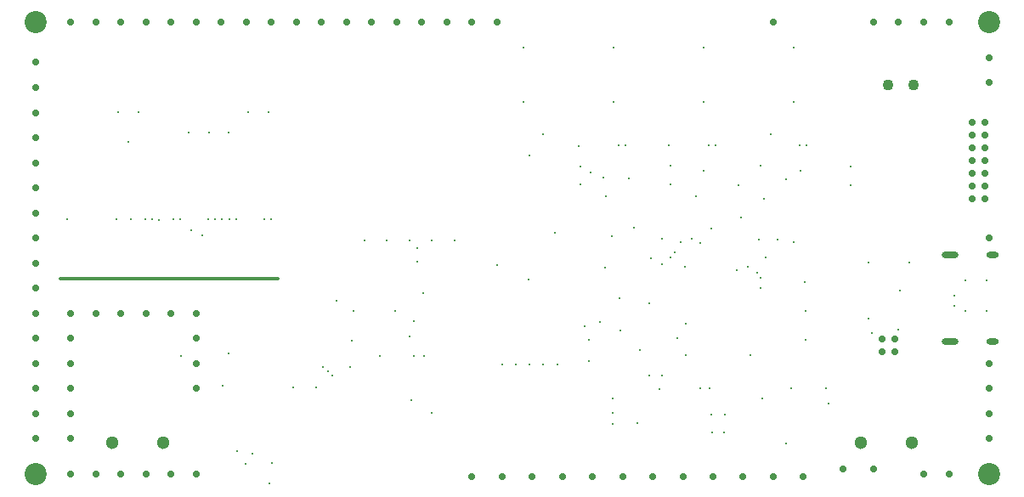
<source format=gbr>
%TF.GenerationSoftware,Altium Limited,Altium Designer,21.0.8 (223)*%
G04 Layer_Color=0*
%FSLAX45Y45*%
%MOMM*%
%TF.SameCoordinates,93EC2011-4169-4821-B187-25AADE7CFEA4*%
%TF.FilePolarity,Positive*%
%TF.FileFunction,Plated,1,4,PTH,Drill*%
%TF.Part,Single*%
G01*
G75*
%TA.AperFunction,ComponentDrill*%
%ADD154C,1.10000*%
%ADD155C,0.70000*%
%TA.AperFunction,OtherDrill,Pad Free-2 (2.5mm,2.5mm)*%
%ADD156C,2.20000*%
%TA.AperFunction,OtherDrill,Pad Free-2 (97.5mm,2.5mm)*%
%ADD157C,2.20000*%
%TA.AperFunction,OtherDrill,Pad Free-2 (97.5mm,47.5mm)*%
%ADD158C,2.20000*%
%TA.AperFunction,OtherDrill,Pad Free-2 (2.5mm,47.5mm)*%
%ADD159C,2.20000*%
%TA.AperFunction,ComponentDrill*%
%ADD160O,1.20000X0.60000*%
%ADD161O,1.70000X0.60000*%
%ADD162C,1.30000*%
%ADD163O,22.00000X0.40000*%
%TA.AperFunction,ViaDrill,NotFilled*%
%ADD164C,0.71120*%
%ADD165C,0.30000*%
D154*
X8748000Y4125000D02*
D03*
X9002000D02*
D03*
D155*
X9713500Y3756000D02*
D03*
X9586500D02*
D03*
X9713500Y3629000D02*
D03*
Y3502000D02*
D03*
X9586500Y3629000D02*
D03*
Y3502000D02*
D03*
X9713500Y3375000D02*
D03*
X9586500D02*
D03*
X9713500Y3248000D02*
D03*
Y3121000D02*
D03*
Y2994000D02*
D03*
X9586500Y3248000D02*
D03*
Y3121000D02*
D03*
Y2994000D02*
D03*
X8811260Y1463040D02*
D03*
X8684260D02*
D03*
X8811260Y1590040D02*
D03*
X8684260D02*
D03*
D156*
X250000Y250000D02*
D03*
D157*
X9750000D02*
D03*
D158*
Y4750000D02*
D03*
D159*
X250000D02*
D03*
D160*
X9782000Y1568000D02*
D03*
Y2432000D02*
D03*
D161*
X9364000D02*
D03*
Y1568000D02*
D03*
D162*
X8476000Y558800D02*
D03*
X8984000D02*
D03*
X1016000D02*
D03*
X1524000D02*
D03*
D163*
X1584500Y2197600D02*
D03*
D164*
X9750000Y1100000D02*
D03*
X9100000Y250000D02*
D03*
X9350000D02*
D03*
X9750000Y600000D02*
D03*
Y850000D02*
D03*
Y1350000D02*
D03*
Y2600000D02*
D03*
Y4150000D02*
D03*
Y4400000D02*
D03*
X1850000Y1100000D02*
D03*
Y1350000D02*
D03*
Y1600000D02*
D03*
Y1850000D02*
D03*
X1600000D02*
D03*
X1350000D02*
D03*
X1100000D02*
D03*
X850000D02*
D03*
X600000D02*
D03*
Y1600000D02*
D03*
Y1350000D02*
D03*
Y1100000D02*
D03*
Y850000D02*
D03*
Y600000D02*
D03*
Y250000D02*
D03*
X850000D02*
D03*
X1100000D02*
D03*
X1350000D02*
D03*
X1600000D02*
D03*
X1850000D02*
D03*
X8600000Y4750000D02*
D03*
X8850000D02*
D03*
X9100000D02*
D03*
X9350000D02*
D03*
X4600000D02*
D03*
X4850000D02*
D03*
X7600000D02*
D03*
X600000D02*
D03*
X850000D02*
D03*
X1100000D02*
D03*
X1350000D02*
D03*
X1600000D02*
D03*
X1850000D02*
D03*
X2100000D02*
D03*
X2350000D02*
D03*
X2600000D02*
D03*
X2850000D02*
D03*
X3100000D02*
D03*
X3350000D02*
D03*
X3600000D02*
D03*
X3850000D02*
D03*
X4100000D02*
D03*
X4350000D02*
D03*
X250000Y4350000D02*
D03*
Y4100000D02*
D03*
Y3850000D02*
D03*
Y3600000D02*
D03*
Y3350000D02*
D03*
Y3100000D02*
D03*
Y2850000D02*
D03*
Y2600000D02*
D03*
Y2350000D02*
D03*
Y2100000D02*
D03*
Y1850000D02*
D03*
Y1600000D02*
D03*
Y1350000D02*
D03*
Y1100000D02*
D03*
Y850000D02*
D03*
Y600000D02*
D03*
X4600000Y225000D02*
D03*
X4900000D02*
D03*
X5200000D02*
D03*
X5500000D02*
D03*
X5800000D02*
D03*
X6100000D02*
D03*
X6400000D02*
D03*
X6700000D02*
D03*
X7000000D02*
D03*
X7300000D02*
D03*
X7600000D02*
D03*
X7900000D02*
D03*
X8300000Y300000D02*
D03*
X8600000D02*
D03*
D165*
X5999480Y1000520D02*
D03*
X5725000Y1725000D02*
D03*
X1700000Y1425000D02*
D03*
X4424680Y2575560D02*
D03*
X5996940Y2620920D02*
D03*
X7475220Y2100580D02*
D03*
X5427980Y2654300D02*
D03*
X6489700Y2590800D02*
D03*
X6875671Y2548786D02*
D03*
X7802880Y2557780D02*
D03*
X6367780Y1229360D02*
D03*
X6494780D02*
D03*
X8125000Y1100000D02*
D03*
X4050539Y2498599D02*
D03*
X4050030Y2366010D02*
D03*
X3246120Y1978660D02*
D03*
X3205480Y1229360D02*
D03*
X4196080Y858520D02*
D03*
X3116183Y1318260D02*
D03*
X3162300Y1272540D02*
D03*
X5875000Y1767500D02*
D03*
X7235925Y2281830D02*
D03*
X7349505Y2311187D02*
D03*
X7442200Y2250440D02*
D03*
X6622140Y2458546D02*
D03*
X6580907Y2410227D02*
D03*
X1478280Y2781300D02*
D03*
X7508240Y2989580D02*
D03*
X7277100Y2801620D02*
D03*
X6733540Y1750060D02*
D03*
X2606040Y355600D02*
D03*
X6642100Y1600200D02*
D03*
X8582660Y1656080D02*
D03*
X6000000Y855000D02*
D03*
X3975000Y2575000D02*
D03*
X4200000D02*
D03*
X3750000D02*
D03*
X3525000D02*
D03*
X6494780Y2342913D02*
D03*
X8150000Y950000D02*
D03*
X6068060Y2001520D02*
D03*
X2341880Y353060D02*
D03*
X2410460Y449580D02*
D03*
X2255000Y472960D02*
D03*
X4018280Y1427480D02*
D03*
X3683450Y1425200D02*
D03*
X7251700Y3129280D02*
D03*
X7868920Y3268980D02*
D03*
X7729220Y3182620D02*
D03*
X8371840Y3129280D02*
D03*
Y3314700D02*
D03*
X7929880Y3522980D02*
D03*
X7866380D02*
D03*
X5173980Y1338580D02*
D03*
X5311140D02*
D03*
X5036820D02*
D03*
X5448300D02*
D03*
X4899660D02*
D03*
X9730740Y2174240D02*
D03*
Y1871980D02*
D03*
X8862060Y2075180D02*
D03*
X8846820Y1684020D02*
D03*
X8547100Y1798320D02*
D03*
Y2352040D02*
D03*
X7645400Y2585720D02*
D03*
X7454900D02*
D03*
X6791960Y2590800D02*
D03*
X6830060Y3012440D02*
D03*
X6578600Y3134360D02*
D03*
Y3317240D02*
D03*
X6126480Y3520440D02*
D03*
X6563360Y3522980D02*
D03*
X7025640Y3520440D02*
D03*
X6959600D02*
D03*
X7574280Y3632200D02*
D03*
X7477760Y3317240D02*
D03*
X7807960Y3954780D02*
D03*
Y4500880D02*
D03*
X6911340Y3952240D02*
D03*
Y4498340D02*
D03*
X6009640Y3952240D02*
D03*
Y4498340D02*
D03*
X1176250Y3557500D02*
D03*
X568960Y2786380D02*
D03*
X1059180D02*
D03*
X1201420D02*
D03*
X1343660D02*
D03*
X1409700D02*
D03*
X1620520D02*
D03*
X1689100D02*
D03*
X1968500D02*
D03*
X2039620D02*
D03*
X2110740D02*
D03*
X2600960D02*
D03*
X2529840D02*
D03*
X2250440D02*
D03*
X2179320D02*
D03*
X1074420Y3855720D02*
D03*
X1275080D02*
D03*
X2372360D02*
D03*
X2575560D02*
D03*
X2174240Y3652520D02*
D03*
X7917180Y2164080D02*
D03*
X7919720Y1582420D02*
D03*
Y1874520D02*
D03*
X7487920Y998220D02*
D03*
X7117080Y840740D02*
D03*
X6982460Y843280D02*
D03*
X6870700Y1099820D02*
D03*
X6211240Y2702600D02*
D03*
X5930900Y3014980D02*
D03*
X5679440Y3136900D02*
D03*
X5778500Y3251200D02*
D03*
X6062980Y3520440D02*
D03*
X5661660Y3515360D02*
D03*
X5679440Y3314700D02*
D03*
X5311140Y3632200D02*
D03*
X5171440Y3426460D02*
D03*
X5110480Y4498340D02*
D03*
Y3952240D02*
D03*
X2176780Y1450340D02*
D03*
X4018280Y1767840D02*
D03*
X3830320Y1877060D02*
D03*
X5161280Y2184400D02*
D03*
X6075680Y1676400D02*
D03*
X4853940Y2326640D02*
D03*
X8956040Y2352040D02*
D03*
X9514840Y2174240D02*
D03*
Y1871980D02*
D03*
X2583180Y152400D02*
D03*
X6469380Y1097280D02*
D03*
X6969760Y1099820D02*
D03*
X7782560D02*
D03*
X7729220Y548640D02*
D03*
X7106920Y660400D02*
D03*
X6990080D02*
D03*
X6248400Y751840D02*
D03*
X6002020Y749300D02*
D03*
X7475220Y2199640D02*
D03*
X7376160Y1430020D02*
D03*
X6725920D02*
D03*
X6273800Y1480820D02*
D03*
X6724650Y2313940D02*
D03*
X1798320Y2677160D02*
D03*
X1913890Y2622867D02*
D03*
X6676390Y2559050D02*
D03*
X6362700Y1948180D02*
D03*
X6982460Y2692400D02*
D03*
X1976120Y3652520D02*
D03*
X1775460D02*
D03*
X5768340Y1372540D02*
D03*
X5925820Y2308860D02*
D03*
X5763260Y1582420D02*
D03*
X6385560Y2400300D02*
D03*
X4117340Y2049780D02*
D03*
X4119880Y1424940D02*
D03*
X3992880Y988060D02*
D03*
X3975100Y1620520D02*
D03*
X3416300Y1874520D02*
D03*
X3403600Y1577340D02*
D03*
X3388360Y1315720D02*
D03*
X3048000Y1107440D02*
D03*
X2821940D02*
D03*
X2115820Y1125220D02*
D03*
X6903720Y3266440D02*
D03*
X6159500Y3197860D02*
D03*
X7523480Y2402840D02*
D03*
X5905500Y3200400D02*
D03*
X9403440Y2024380D02*
D03*
X9405620Y1925320D02*
D03*
%TF.MD5,adc16a83cee9d263d6ff5da706891f6f*%
M02*

</source>
